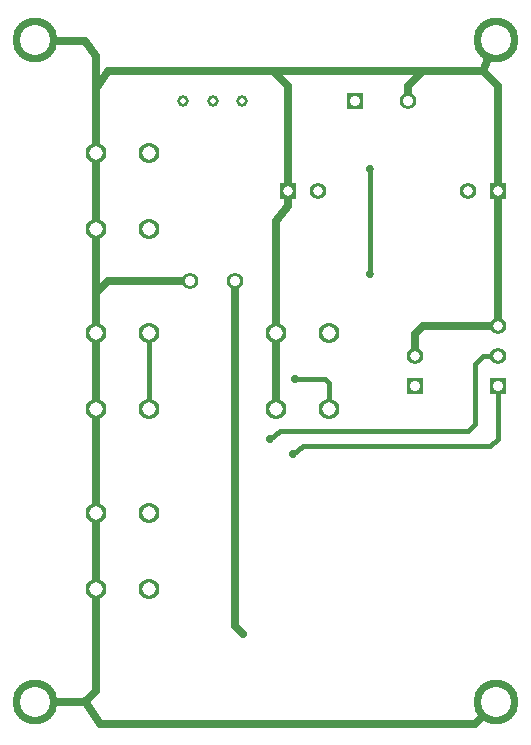
<source format=gbl>
G04 -- Generated By PCBWeb Designer*
%FSLAX24Y24*%
%MOIN*%
%OFA0B0*%
%SFA1.0B1.0*%
%AMROTRECT*21,1,$1,$2,0,0,$3*%
%AMROTOBLONG*1,1,$7,$1,$2*1,1,$7,$3,$4*21,1,$5,$6,0,0,$8*%
%ADD10C,0.025*%
%ADD11C,0.15*%
%ADD12C,0.1*%
%ADD13C,0.16*%
%ADD14C,0.005*%
%ADD15R,0.065X0.0394*%
%ADD16R,0.075X0.0494*%
%ADD17C,0.021*%
%ADD18R,0.0394X0.0866*%
%ADD19R,0.0494X0.0966*%
%ADD20C,0.002*%
%ADD21C,0.018*%
%ADD22C,0.008*%
%ADD23C,0.024*%
%ADD24R,0.055X0.055*%
%ADD25C,0.035*%
%ADD26R,0.065X0.065*%
%ADD27C,0.055*%
%ADD28C,0.032*%
%ADD29C,0.065*%
%ADD30C,0.01*%
%ADD31R,0.0591X0.0512*%
%ADD32R,0.0691X0.0612*%
%ADD33C,0.07*%
%ADD34C,0.045*%
%ADD35C,0.08*%
%ADD36C,0.033*%
%ADD37C,0.033*%
%ADD38C,0.026*%
%ADD39C,0.0394*%
%ADD40C,0.0197*%
%ADD41C,0.0494*%
%ADD42C,0.0059*%
%ADD43C,0.015*%
%ADD44C,0.0275*%
%ADD45C,0.0*%
G01*
%LNSTD*%
%LPD*%
G54D11*
X1575Y2475D03*
X16925Y2475D03*
X1575Y24525D03*
X16925Y24525D03*
G54D24*
X14250Y13000D03*
G54D27*
X14250Y14000D03*
G54D24*
X17000Y13000D03*
G54D27*
X17000Y14000D03*
X17000Y15000D03*
G54D33*
X5386Y18220D03*
X5386Y20780D03*
X3616Y18220D03*
X3616Y20780D03*
X5386Y6220D03*
X5386Y8780D03*
X3616Y6220D03*
X3616Y8780D03*
X11386Y12220D03*
X11386Y14780D03*
X9616Y12220D03*
X9616Y14780D03*
X5386Y12220D03*
X5386Y14780D03*
X3616Y12220D03*
X3616Y14780D03*
G54D24*
X10000Y19500D03*
G54D27*
X11000Y19500D03*
G54D24*
X17000Y19500D03*
G54D27*
X16000Y19500D03*
G54D24*
X12250Y22500D03*
G54D27*
X14000Y22500D03*
X8250Y16500D03*
X6750Y16500D03*
G54D39*
X8484Y22500D03*
X7500Y22500D03*
X6516Y22500D03*
G54D43*
X12750Y16750D02*
X12750Y20250D01*
G54D44*
X12750Y16750D03*
X12750Y20250D03*
G54D10*
X8250Y16500D02*
X8250Y5000D01*
X8500Y4750D01*
G54D44*
X8500Y4750D03*
G54D10*
X9616Y12220D02*
X9616Y14780D01*
G54D22*
X9616Y14780D02*
X9616Y14780D01*
G54D10*
X3600Y22900D02*
X4000Y23500D01*
X16500Y23500D01*
X17000Y23000D01*
X17000Y15000D01*
X9616Y14780D02*
X9616Y18500D01*
X10000Y19000D01*
X10000Y19500D01*
X3600Y16100D02*
X4000Y16500D01*
X6750Y16500D01*
X16925Y24525D02*
X16500Y23500D01*
X14500Y23500D02*
X14000Y23000D01*
X14000Y22500D01*
X17000Y15000D02*
X14500Y15000D01*
X14250Y14750D01*
X14250Y14000D01*
X1575Y2475D02*
X3250Y2475D01*
X3616Y2841D01*
X3616Y24000D01*
X3250Y24500D01*
X1750Y24500D01*
X10000Y19500D02*
X10000Y23000D01*
X9500Y23500D01*
X3250Y2500D02*
X3750Y1750D01*
X16250Y1750D01*
X16925Y2475D01*
G54D43*
X10185Y10750D02*
X10500Y11000D01*
G54D44*
X10185Y10750D03*
G54D43*
X10500Y11000D02*
X16750Y11000D01*
X17000Y11250D01*
X17000Y13000D01*
X17000Y13000D01*
X9398Y11250D02*
X9750Y11500D01*
G54D44*
X9398Y11250D03*
G54D43*
X9750Y11500D02*
X16000Y11500D01*
X16250Y11750D01*
X16250Y13750D01*
X16500Y14000D01*
X17000Y14000D01*
X17000Y14000D01*
X5386Y14780D02*
X5386Y12250D01*
G54D22*
X5386Y12250D02*
X5386Y12220D01*
G54D43*
X10250Y13250D02*
X11250Y13250D01*
G54D44*
X10250Y13250D03*
G54D43*
X11250Y13250D02*
X11386Y13114D01*
X11386Y12220D01*
%LNERASE*%
%LPC*%
G54D12*
X1575Y2475D03*
X16925Y2475D03*
X1575Y24525D03*
X16925Y24525D03*
G54D25*
X14250Y13000D03*
G54D28*
X14250Y14000D03*
G54D25*
X17000Y13000D03*
G54D28*
X17000Y14000D03*
X17000Y15000D03*
G54D34*
X5386Y18220D03*
X5386Y20780D03*
X3616Y18220D03*
X3616Y20780D03*
X5386Y6220D03*
X5386Y8780D03*
X3616Y6220D03*
X3616Y8780D03*
X11386Y12220D03*
X11386Y14780D03*
X9616Y12220D03*
X9616Y14780D03*
X5386Y12220D03*
X5386Y14780D03*
X3616Y12220D03*
X3616Y14780D03*
G54D36*
X10000Y19500D03*
G54D37*
X11000Y19500D03*
G54D36*
X17000Y19500D03*
G54D37*
X16000Y19500D03*
G54D25*
X12250Y22500D03*
X14000Y22500D03*
X8250Y16500D03*
X6750Y16500D03*
G54D40*
X8484Y22500D03*
X7500Y22500D03*
X6516Y22500D03*
M02*

</source>
